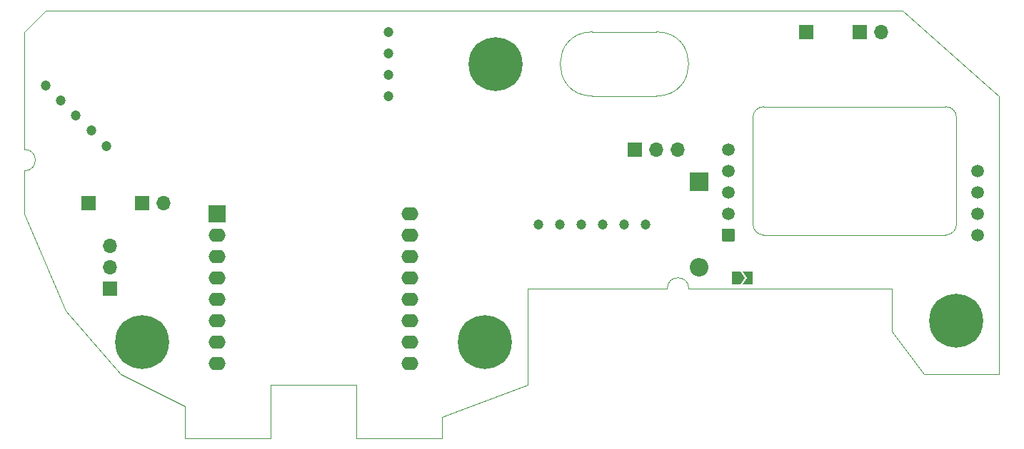
<source format=gbr>
%TF.GenerationSoftware,KiCad,Pcbnew,(5.1.8)-1*%
%TF.CreationDate,2020-12-23T12:42:43+01:00*%
%TF.ProjectId,Kiwi_EasyBoardv1.0,4b697769-5f45-4617-9379-426f61726476,rev?*%
%TF.SameCoordinates,Original*%
%TF.FileFunction,Soldermask,Top*%
%TF.FilePolarity,Negative*%
%FSLAX46Y46*%
G04 Gerber Fmt 4.6, Leading zero omitted, Abs format (unit mm)*
G04 Created by KiCad (PCBNEW (5.1.8)-1) date 2020-12-23 12:42:43*
%MOMM*%
%LPD*%
G01*
G04 APERTURE LIST*
%TA.AperFunction,Profile*%
%ADD10C,0.050000*%
%TD*%
%ADD11C,0.150000*%
%ADD12O,2.200000X2.200000*%
%ADD13R,2.200000X2.200000*%
%ADD14C,6.400000*%
%ADD15C,3.600000*%
%ADD16C,1.200000*%
%ADD17C,1.511200*%
%ADD18O,2.000000X1.600000*%
%ADD19R,2.000000X2.000000*%
%ADD20R,1.700000X1.700000*%
%ADD21O,1.700000X1.700000*%
G04 APERTURE END LIST*
D10*
X76200000Y-86360000D02*
X76200000Y-100330000D01*
X180340000Y-83820000D02*
X78740000Y-83820000D01*
X76200000Y-86360000D02*
X78740000Y-83820000D01*
X154940000Y-116840000D02*
X179070000Y-116840000D01*
X144780000Y-116840000D02*
X152400000Y-116840000D01*
X152400000Y-116840000D02*
G75*
G02*
X154940000Y-116840000I1270000J0D01*
G01*
X76200000Y-102870000D02*
X76200000Y-107950000D01*
X76200000Y-100330000D02*
G75*
G02*
X76200000Y-102870000I0J-1270000D01*
G01*
X105410000Y-128270000D02*
X115570000Y-128270000D01*
X81079773Y-119452036D02*
X87630000Y-127000000D01*
X81079773Y-119452036D02*
X76200000Y-107950000D01*
X182880000Y-127000000D02*
X191770000Y-127000000D01*
X135890000Y-116840000D02*
X144780000Y-116840000D01*
X125730000Y-132080000D02*
X135890000Y-128270000D01*
X135890000Y-116840000D02*
X135890000Y-128270000D01*
X95250000Y-130810000D02*
X87630000Y-127000000D01*
X185420000Y-95250000D02*
X163830000Y-95250000D01*
X186690000Y-109220000D02*
X186690000Y-96520000D01*
X163830000Y-110490000D02*
X185420000Y-110490000D01*
X162560000Y-96520000D02*
X162560000Y-109220000D01*
X186690000Y-109220000D02*
G75*
G02*
X185420000Y-110490000I-1270000J0D01*
G01*
X163830000Y-110490000D02*
G75*
G02*
X162560000Y-109220000I0J1270000D01*
G01*
X162560000Y-96520000D02*
G75*
G02*
X163830000Y-95250000I1270000J0D01*
G01*
X185420000Y-95250000D02*
G75*
G02*
X186690000Y-96520000I0J-1270000D01*
G01*
X179070000Y-116840000D02*
X179070000Y-118110000D01*
X191770000Y-93980000D02*
X180340000Y-83820000D01*
X191770000Y-127000000D02*
X191770000Y-93980000D01*
X179070000Y-121920000D02*
X182880000Y-127000000D01*
X179070000Y-118110000D02*
X179070000Y-121920000D01*
X115570000Y-128270000D02*
X115570000Y-134620000D01*
X125730000Y-134620000D02*
X125730000Y-132080000D01*
X95250000Y-134620000D02*
X95250000Y-130810000D01*
X115570000Y-134620000D02*
X125730000Y-134620000D01*
X105410000Y-134620000D02*
X95250000Y-134620000D01*
X105410000Y-128270000D02*
X105410000Y-134620000D01*
X143510000Y-93980000D02*
X151130000Y-93980000D01*
X143510000Y-86360000D02*
X151130000Y-86360000D01*
X143510000Y-93980000D02*
G75*
G02*
X143510000Y-86360000I0J3810000D01*
G01*
X151130000Y-86360000D02*
G75*
G02*
X151130000Y-93980000I0J-3810000D01*
G01*
D11*
%TO.C,JP1*%
G36*
X161565000Y-115570000D02*
G01*
X161065000Y-116320000D01*
X160065000Y-116320000D01*
X160065000Y-114820000D01*
X161065000Y-114820000D01*
X161565000Y-115570000D01*
G37*
G36*
X162515000Y-116320000D02*
G01*
X161365000Y-116320000D01*
X161865000Y-115570000D01*
X161365000Y-114820000D01*
X162515000Y-114820000D01*
X162515000Y-116320000D01*
G37*
%TD*%
D12*
%TO.C,D1*%
X156210000Y-114300000D03*
D13*
X156210000Y-104140000D03*
%TD*%
D14*
%TO.C,H4*%
X132080000Y-90170000D03*
D15*
X132080000Y-90170000D03*
%TD*%
D16*
%TO.C,U4*%
X85892102Y-99892102D03*
X84096051Y-98096051D03*
X82300000Y-96300000D03*
X80503949Y-94503949D03*
X78707898Y-92707898D03*
%TD*%
D17*
%TO.C,U2*%
X189230000Y-102870000D03*
X189230000Y-105410000D03*
X189230000Y-107950000D03*
X189230000Y-110490000D03*
X159639000Y-100330000D03*
X159639000Y-102870000D03*
X159639000Y-105410000D03*
X159639000Y-107950000D03*
G36*
G01*
X160394600Y-109836000D02*
X160394600Y-111144000D01*
G75*
G02*
X160293000Y-111245600I-101600J0D01*
G01*
X158985000Y-111245600D01*
G75*
G02*
X158883400Y-111144000I0J101600D01*
G01*
X158883400Y-109836000D01*
G75*
G02*
X158985000Y-109734400I101600J0D01*
G01*
X160293000Y-109734400D01*
G75*
G02*
X160394600Y-109836000I0J-101600D01*
G01*
G37*
%TD*%
D18*
%TO.C,U1*%
X121920000Y-107950000D03*
X121920000Y-110490000D03*
X121920000Y-113030000D03*
X121920000Y-115570000D03*
X121920000Y-118110000D03*
X121920000Y-120650000D03*
X121920000Y-123190000D03*
X121920000Y-125730000D03*
X99060000Y-125730000D03*
X99060000Y-123190000D03*
X99060000Y-120650000D03*
X99060000Y-118110000D03*
X99060000Y-115570000D03*
X99060000Y-113030000D03*
D19*
X99060000Y-107950000D03*
D18*
X99060000Y-110490000D03*
%TD*%
D14*
%TO.C,H3*%
X186690000Y-120650000D03*
D15*
X186690000Y-120650000D03*
%TD*%
D20*
%TO.C,J15*%
X168910000Y-86360000D03*
%TD*%
D21*
%TO.C,J14*%
X86360000Y-111760000D03*
X86360000Y-114300000D03*
D20*
X86360000Y-116840000D03*
%TD*%
%TO.C,J13*%
X83820000Y-106680000D03*
%TD*%
D21*
%TO.C,J12*%
X177800000Y-86360000D03*
D20*
X175260000Y-86360000D03*
%TD*%
D21*
%TO.C,J10*%
X92710000Y-106680000D03*
D20*
X90170000Y-106680000D03*
%TD*%
D21*
%TO.C,J8*%
X153670000Y-100330000D03*
X151130000Y-100330000D03*
D20*
X148590000Y-100330000D03*
%TD*%
D16*
%TO.C,U3*%
X119380000Y-93980000D03*
X119380000Y-91440000D03*
X119380000Y-88900000D03*
X119380000Y-86360000D03*
%TD*%
%TO.C,U5*%
X149860000Y-109220000D03*
X147320000Y-109220000D03*
X144780000Y-109220000D03*
X142240000Y-109220000D03*
X139700000Y-109220000D03*
X137160000Y-109220000D03*
%TD*%
D14*
%TO.C,H2*%
X90170000Y-123190000D03*
D15*
X90170000Y-123190000D03*
%TD*%
D14*
%TO.C,H1*%
X130810000Y-123190000D03*
D15*
X130810000Y-123190000D03*
%TD*%
M02*

</source>
